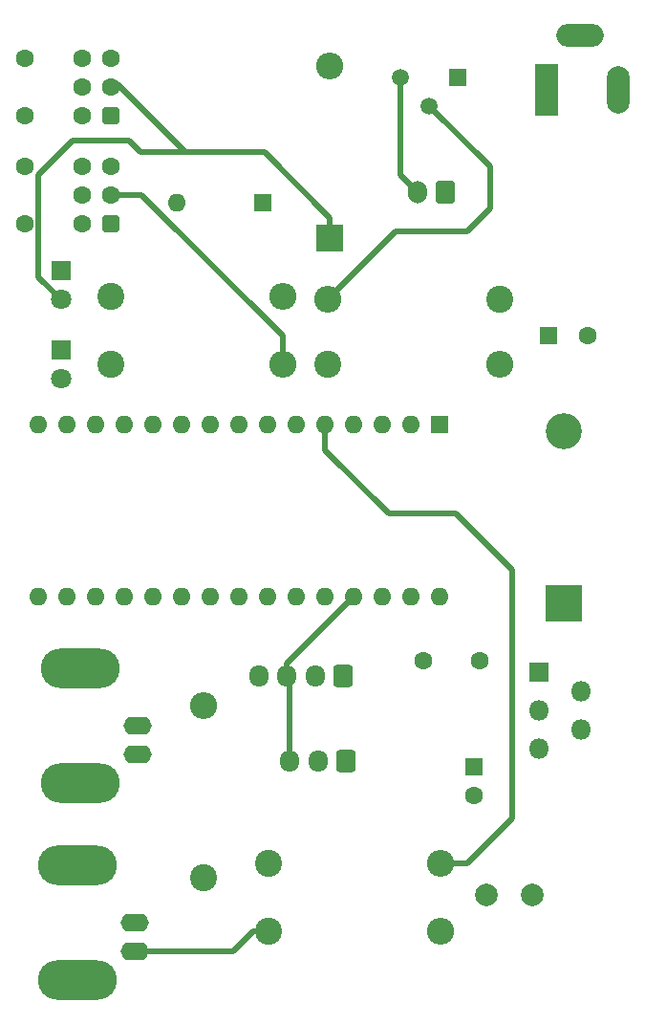
<source format=gbr>
G04 #@! TF.GenerationSoftware,KiCad,Pcbnew,6.0.7-f9a2dced07~116~ubuntu20.04.1*
G04 #@! TF.CreationDate,2022-10-13T01:02:24+01:00*
G04 #@! TF.ProjectId,OpenSpritzer_1.4,4f70656e-5370-4726-9974-7a65725f312e,rev?*
G04 #@! TF.SameCoordinates,Original*
G04 #@! TF.FileFunction,Copper,L1,Top*
G04 #@! TF.FilePolarity,Positive*
%FSLAX46Y46*%
G04 Gerber Fmt 4.6, Leading zero omitted, Abs format (unit mm)*
G04 Created by KiCad (PCBNEW 6.0.7-f9a2dced07~116~ubuntu20.04.1) date 2022-10-13 01:02:24*
%MOMM*%
%LPD*%
G01*
G04 APERTURE LIST*
G04 Aperture macros list*
%AMRoundRect*
0 Rectangle with rounded corners*
0 $1 Rounding radius*
0 $2 $3 $4 $5 $6 $7 $8 $9 X,Y pos of 4 corners*
0 Add a 4 corners polygon primitive as box body*
4,1,4,$2,$3,$4,$5,$6,$7,$8,$9,$2,$3,0*
0 Add four circle primitives for the rounded corners*
1,1,$1+$1,$2,$3*
1,1,$1+$1,$4,$5*
1,1,$1+$1,$6,$7*
1,1,$1+$1,$8,$9*
0 Add four rect primitives between the rounded corners*
20,1,$1+$1,$2,$3,$4,$5,0*
20,1,$1+$1,$4,$5,$6,$7,0*
20,1,$1+$1,$6,$7,$8,$9,0*
20,1,$1+$1,$8,$9,$2,$3,0*%
G04 Aperture macros list end*
G04 #@! TA.AperFunction,ComponentPad*
%ADD10R,1.600000X1.600000*%
G04 #@! TD*
G04 #@! TA.AperFunction,ComponentPad*
%ADD11O,1.600000X1.600000*%
G04 #@! TD*
G04 #@! TA.AperFunction,ComponentPad*
%ADD12O,2.500000X1.600000*%
G04 #@! TD*
G04 #@! TA.AperFunction,ComponentPad*
%ADD13O,7.000000X3.500000*%
G04 #@! TD*
G04 #@! TA.AperFunction,ComponentPad*
%ADD14RoundRect,0.250000X0.600000X0.750000X-0.600000X0.750000X-0.600000X-0.750000X0.600000X-0.750000X0*%
G04 #@! TD*
G04 #@! TA.AperFunction,ComponentPad*
%ADD15O,1.700000X2.000000*%
G04 #@! TD*
G04 #@! TA.AperFunction,ComponentPad*
%ADD16C,2.400000*%
G04 #@! TD*
G04 #@! TA.AperFunction,ComponentPad*
%ADD17O,2.400000X2.400000*%
G04 #@! TD*
G04 #@! TA.AperFunction,ComponentPad*
%ADD18C,1.600000*%
G04 #@! TD*
G04 #@! TA.AperFunction,ComponentPad*
%ADD19RoundRect,0.400000X-0.400000X-0.400000X0.400000X-0.400000X0.400000X0.400000X-0.400000X0.400000X0*%
G04 #@! TD*
G04 #@! TA.AperFunction,ComponentPad*
%ADD20R,3.200000X3.200000*%
G04 #@! TD*
G04 #@! TA.AperFunction,ComponentPad*
%ADD21O,3.200000X3.200000*%
G04 #@! TD*
G04 #@! TA.AperFunction,ComponentPad*
%ADD22C,2.000000*%
G04 #@! TD*
G04 #@! TA.AperFunction,ComponentPad*
%ADD23R,1.800000X1.800000*%
G04 #@! TD*
G04 #@! TA.AperFunction,ComponentPad*
%ADD24O,1.800000X1.800000*%
G04 #@! TD*
G04 #@! TA.AperFunction,ComponentPad*
%ADD25R,2.000000X4.600000*%
G04 #@! TD*
G04 #@! TA.AperFunction,ComponentPad*
%ADD26O,2.000000X4.200000*%
G04 #@! TD*
G04 #@! TA.AperFunction,ComponentPad*
%ADD27O,4.200000X2.000000*%
G04 #@! TD*
G04 #@! TA.AperFunction,ComponentPad*
%ADD28C,1.800000*%
G04 #@! TD*
G04 #@! TA.AperFunction,ComponentPad*
%ADD29R,1.500000X1.500000*%
G04 #@! TD*
G04 #@! TA.AperFunction,ComponentPad*
%ADD30C,1.500000*%
G04 #@! TD*
G04 #@! TA.AperFunction,ComponentPad*
%ADD31RoundRect,0.250000X0.600000X0.725000X-0.600000X0.725000X-0.600000X-0.725000X0.600000X-0.725000X0*%
G04 #@! TD*
G04 #@! TA.AperFunction,ComponentPad*
%ADD32O,1.700000X1.950000*%
G04 #@! TD*
G04 #@! TA.AperFunction,ComponentPad*
%ADD33R,2.400000X2.400000*%
G04 #@! TD*
G04 #@! TA.AperFunction,Conductor*
%ADD34C,0.500000*%
G04 #@! TD*
G04 APERTURE END LIST*
D10*
X135550000Y-113090000D03*
D11*
X133010000Y-113090000D03*
X130470000Y-113090000D03*
X127930000Y-113090000D03*
X125390000Y-113090000D03*
X122850000Y-113090000D03*
X120310000Y-113090000D03*
X117770000Y-113090000D03*
X115230000Y-113090000D03*
X112690000Y-113090000D03*
X110150000Y-113090000D03*
X107610000Y-113090000D03*
X105070000Y-113090000D03*
X102530000Y-113090000D03*
X99990000Y-113090000D03*
X99990000Y-128330000D03*
X102530000Y-128330000D03*
X105070000Y-128330000D03*
X107610000Y-128330000D03*
X110150000Y-128330000D03*
X112690000Y-128330000D03*
X115230000Y-128330000D03*
X117770000Y-128330000D03*
X120310000Y-128330000D03*
X122850000Y-128330000D03*
X125390000Y-128330000D03*
X127930000Y-128330000D03*
X130470000Y-128330000D03*
X133010000Y-128330000D03*
X135550000Y-128330000D03*
D10*
X119825000Y-93450000D03*
D11*
X112205000Y-93450000D03*
D12*
X108550000Y-157150000D03*
X108550000Y-159690000D03*
D13*
X103470000Y-162230000D03*
X103470000Y-152070000D03*
D14*
X136050000Y-92475000D03*
D15*
X133550000Y-92475000D03*
D16*
X114600000Y-153170000D03*
D17*
X114600000Y-137930000D03*
D16*
X106380000Y-107700000D03*
D17*
X121620000Y-107700000D03*
D16*
X120380000Y-151950000D03*
D17*
X135620000Y-151950000D03*
D16*
X125630000Y-107700000D03*
D17*
X140870000Y-107700000D03*
D16*
X120380000Y-157950000D03*
D17*
X135620000Y-157950000D03*
D16*
X140870000Y-101950000D03*
D17*
X125630000Y-101950000D03*
D18*
X98740000Y-95240000D03*
X98740000Y-90160000D03*
D19*
X106360000Y-95240000D03*
D18*
X106360000Y-92700000D03*
X106360000Y-90160000D03*
X103820000Y-95240000D03*
X103820000Y-92700000D03*
X103820000Y-90160000D03*
D20*
X146500000Y-128870000D03*
D21*
X146500000Y-113630000D03*
D22*
X139700000Y-154750000D03*
X143700000Y-154750000D03*
D23*
X144350000Y-134950000D03*
D24*
X148050000Y-136650000D03*
X144350000Y-138350000D03*
X148050000Y-140050000D03*
X144350000Y-141750000D03*
D12*
X108800000Y-139700000D03*
D13*
X103720000Y-134620000D03*
D12*
X108800000Y-142240000D03*
D13*
X103720000Y-144780000D03*
D25*
X145050000Y-83400000D03*
D26*
X151350000Y-83400000D03*
D27*
X147950000Y-78600000D03*
D23*
X101975000Y-106425000D03*
D28*
X101975000Y-108965000D03*
D10*
X145147349Y-105150000D03*
D18*
X148647349Y-105150000D03*
D29*
X137150000Y-82300000D03*
D30*
X134610000Y-84840000D03*
X132070000Y-82300000D03*
D18*
X98740000Y-80660000D03*
X98740000Y-85740000D03*
D19*
X106360000Y-85740000D03*
D18*
X106360000Y-83200000D03*
X106360000Y-80660000D03*
X103820000Y-85740000D03*
X103820000Y-83200000D03*
X103820000Y-80660000D03*
D31*
X127000000Y-135325000D03*
D32*
X124500000Y-135325000D03*
X122000000Y-135325000D03*
X119500000Y-135325000D03*
D33*
X125800000Y-96570000D03*
D17*
X125800000Y-81330000D03*
D16*
X106380000Y-101700000D03*
D17*
X121620000Y-101700000D03*
D10*
X138600000Y-143367621D03*
D18*
X138600000Y-145867621D03*
D23*
X101975000Y-99425000D03*
D28*
X101975000Y-101965000D03*
D18*
X134100000Y-133950000D03*
X139100000Y-133950000D03*
D31*
X127250000Y-142825000D03*
D32*
X124750000Y-142825000D03*
X122250000Y-142825000D03*
D34*
X125390000Y-113090000D02*
X125390000Y-115340000D01*
X142000000Y-125950000D02*
X142000000Y-147950000D01*
X138000000Y-151950000D02*
X135620000Y-151950000D01*
X125390000Y-115340000D02*
X131000000Y-120950000D01*
X131000000Y-120950000D02*
X137000000Y-120950000D01*
X137000000Y-120950000D02*
X142000000Y-125950000D01*
X142000000Y-147950000D02*
X138000000Y-151950000D01*
X132070000Y-82300000D02*
X132070000Y-90995000D01*
X132070000Y-90995000D02*
X133550000Y-92475000D01*
X119000000Y-157950000D02*
X117260000Y-159690000D01*
X117260000Y-159690000D02*
X108550000Y-159690000D01*
X120380000Y-157950000D02*
X119000000Y-157950000D01*
X125630000Y-101950000D02*
X131630000Y-95950000D01*
X131630000Y-95950000D02*
X138000000Y-95950000D01*
X140000000Y-90230000D02*
X134610000Y-84840000D01*
X140000000Y-93950000D02*
X140000000Y-90230000D01*
X138000000Y-95950000D02*
X140000000Y-93950000D01*
X109110000Y-92700000D02*
X106360000Y-92700000D01*
X109110000Y-92700000D02*
X121620000Y-105210000D01*
X121620000Y-105210000D02*
X121620000Y-107700000D01*
X122250000Y-135575000D02*
X122000000Y-135325000D01*
X122000000Y-135325000D02*
X122000000Y-134260000D01*
X122000000Y-134260000D02*
X127930000Y-128330000D01*
X122250000Y-142825000D02*
X122250000Y-135575000D01*
X120000000Y-88950000D02*
X113000000Y-88950000D01*
X113000000Y-88950000D02*
X107000000Y-82950000D01*
X99990000Y-90960000D02*
X99990000Y-99980000D01*
X99990000Y-99980000D02*
X101975000Y-101965000D01*
X106610000Y-82950000D02*
X106360000Y-83200000D01*
X125800000Y-94750000D02*
X120000000Y-88950000D01*
X108000000Y-87950000D02*
X103000000Y-87950000D01*
X107000000Y-82950000D02*
X106610000Y-82950000D01*
X125800000Y-96570000D02*
X125800000Y-94750000D01*
X113000000Y-88950000D02*
X109000000Y-88950000D01*
X109000000Y-88950000D02*
X108000000Y-87950000D01*
X103000000Y-87950000D02*
X99990000Y-90960000D01*
M02*

</source>
